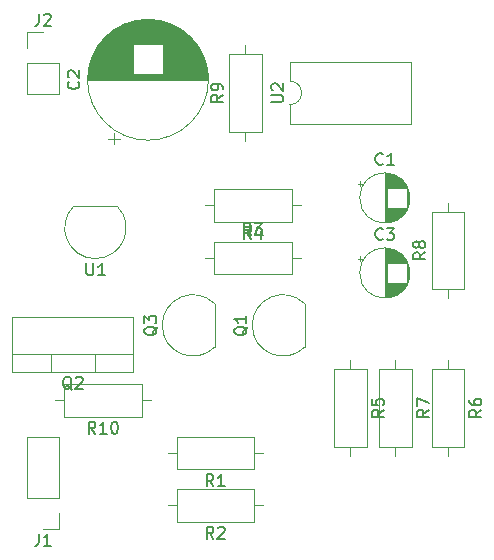
<source format=gbr>
%TF.GenerationSoftware,KiCad,Pcbnew,5.1.6~rc1+dfsg1-1*%
%TF.CreationDate,2020-04-25T08:26:20-07:00*%
%TF.ProjectId,Radio-Power,52616469-6f2d-4506-9f77-65722e6b6963,rev?*%
%TF.SameCoordinates,Original*%
%TF.FileFunction,Legend,Top*%
%TF.FilePolarity,Positive*%
%FSLAX46Y46*%
G04 Gerber Fmt 4.6, Leading zero omitted, Abs format (unit mm)*
G04 Created by KiCad (PCBNEW 5.1.6~rc1+dfsg1-1) date 2020-04-25 08:26:20*
%MOMM*%
%LPD*%
G01*
G04 APERTURE LIST*
%ADD10C,0.120000*%
%ADD11C,0.150000*%
%ADD12R,1.150000X1.600000*%
%ADD13O,1.150000X1.600000*%
%ADD14C,1.300000*%
%ADD15R,1.300000X1.300000*%
%ADD16O,1.700000X1.700000*%
%ADD17C,1.700000*%
%ADD18R,1.700000X1.700000*%
%ADD19O,2.005000X2.100000*%
%ADD20R,2.005000X2.100000*%
%ADD21O,1.800000X1.800000*%
%ADD22R,1.800000X1.800000*%
%ADD23C,2.100000*%
%ADD24R,2.100000X2.100000*%
%ADD25R,1.600000X1.150000*%
%ADD26O,1.600000X1.150000*%
G04 APERTURE END LIST*
D10*
%TO.C,U1*%
X20386522Y-31181522D02*
G75*
G03*
X22225000Y-35620000I1838478J-1838478D01*
G01*
X24063478Y-31181522D02*
G75*
G02*
X22225000Y-35620000I-1838478J-1838478D01*
G01*
X24025000Y-31170000D02*
X20425000Y-31170000D01*
%TO.C,C3*%
X44650199Y-35435000D02*
X44650199Y-35835000D01*
X44450199Y-35635000D02*
X44850199Y-35635000D01*
X48801000Y-36460000D02*
X48801000Y-37200000D01*
X48761000Y-36293000D02*
X48761000Y-37367000D01*
X48721000Y-36166000D02*
X48721000Y-37494000D01*
X48681000Y-36062000D02*
X48681000Y-37598000D01*
X48641000Y-35971000D02*
X48641000Y-37689000D01*
X48601000Y-35890000D02*
X48601000Y-37770000D01*
X48561000Y-35817000D02*
X48561000Y-37843000D01*
X48521000Y-37670000D02*
X48521000Y-37910000D01*
X48521000Y-35750000D02*
X48521000Y-35990000D01*
X48481000Y-37670000D02*
X48481000Y-37972000D01*
X48481000Y-35688000D02*
X48481000Y-35990000D01*
X48441000Y-37670000D02*
X48441000Y-38030000D01*
X48441000Y-35630000D02*
X48441000Y-35990000D01*
X48401000Y-37670000D02*
X48401000Y-38084000D01*
X48401000Y-35576000D02*
X48401000Y-35990000D01*
X48361000Y-37670000D02*
X48361000Y-38134000D01*
X48361000Y-35526000D02*
X48361000Y-35990000D01*
X48321000Y-37670000D02*
X48321000Y-38181000D01*
X48321000Y-35479000D02*
X48321000Y-35990000D01*
X48281000Y-37670000D02*
X48281000Y-38226000D01*
X48281000Y-35434000D02*
X48281000Y-35990000D01*
X48241000Y-37670000D02*
X48241000Y-38268000D01*
X48241000Y-35392000D02*
X48241000Y-35990000D01*
X48201000Y-37670000D02*
X48201000Y-38308000D01*
X48201000Y-35352000D02*
X48201000Y-35990000D01*
X48161000Y-37670000D02*
X48161000Y-38346000D01*
X48161000Y-35314000D02*
X48161000Y-35990000D01*
X48121000Y-37670000D02*
X48121000Y-38382000D01*
X48121000Y-35278000D02*
X48121000Y-35990000D01*
X48081000Y-37670000D02*
X48081000Y-38417000D01*
X48081000Y-35243000D02*
X48081000Y-35990000D01*
X48041000Y-37670000D02*
X48041000Y-38449000D01*
X48041000Y-35211000D02*
X48041000Y-35990000D01*
X48001000Y-37670000D02*
X48001000Y-38480000D01*
X48001000Y-35180000D02*
X48001000Y-35990000D01*
X47961000Y-37670000D02*
X47961000Y-38510000D01*
X47961000Y-35150000D02*
X47961000Y-35990000D01*
X47921000Y-37670000D02*
X47921000Y-38538000D01*
X47921000Y-35122000D02*
X47921000Y-35990000D01*
X47881000Y-37670000D02*
X47881000Y-38565000D01*
X47881000Y-35095000D02*
X47881000Y-35990000D01*
X47841000Y-37670000D02*
X47841000Y-38590000D01*
X47841000Y-35070000D02*
X47841000Y-35990000D01*
X47801000Y-37670000D02*
X47801000Y-38615000D01*
X47801000Y-35045000D02*
X47801000Y-35990000D01*
X47761000Y-37670000D02*
X47761000Y-38638000D01*
X47761000Y-35022000D02*
X47761000Y-35990000D01*
X47721000Y-37670000D02*
X47721000Y-38660000D01*
X47721000Y-35000000D02*
X47721000Y-35990000D01*
X47681000Y-37670000D02*
X47681000Y-38681000D01*
X47681000Y-34979000D02*
X47681000Y-35990000D01*
X47641000Y-37670000D02*
X47641000Y-38700000D01*
X47641000Y-34960000D02*
X47641000Y-35990000D01*
X47601000Y-37670000D02*
X47601000Y-38719000D01*
X47601000Y-34941000D02*
X47601000Y-35990000D01*
X47561000Y-37670000D02*
X47561000Y-38737000D01*
X47561000Y-34923000D02*
X47561000Y-35990000D01*
X47521000Y-37670000D02*
X47521000Y-38754000D01*
X47521000Y-34906000D02*
X47521000Y-35990000D01*
X47481000Y-37670000D02*
X47481000Y-38770000D01*
X47481000Y-34890000D02*
X47481000Y-35990000D01*
X47441000Y-37670000D02*
X47441000Y-38784000D01*
X47441000Y-34876000D02*
X47441000Y-35990000D01*
X47400000Y-37670000D02*
X47400000Y-38798000D01*
X47400000Y-34862000D02*
X47400000Y-35990000D01*
X47360000Y-37670000D02*
X47360000Y-38812000D01*
X47360000Y-34848000D02*
X47360000Y-35990000D01*
X47320000Y-37670000D02*
X47320000Y-38824000D01*
X47320000Y-34836000D02*
X47320000Y-35990000D01*
X47280000Y-37670000D02*
X47280000Y-38835000D01*
X47280000Y-34825000D02*
X47280000Y-35990000D01*
X47240000Y-37670000D02*
X47240000Y-38846000D01*
X47240000Y-34814000D02*
X47240000Y-35990000D01*
X47200000Y-37670000D02*
X47200000Y-38855000D01*
X47200000Y-34805000D02*
X47200000Y-35990000D01*
X47160000Y-37670000D02*
X47160000Y-38864000D01*
X47160000Y-34796000D02*
X47160000Y-35990000D01*
X47120000Y-37670000D02*
X47120000Y-38872000D01*
X47120000Y-34788000D02*
X47120000Y-35990000D01*
X47080000Y-37670000D02*
X47080000Y-38880000D01*
X47080000Y-34780000D02*
X47080000Y-35990000D01*
X47040000Y-37670000D02*
X47040000Y-38886000D01*
X47040000Y-34774000D02*
X47040000Y-35990000D01*
X47000000Y-37670000D02*
X47000000Y-38892000D01*
X47000000Y-34768000D02*
X47000000Y-35990000D01*
X46960000Y-37670000D02*
X46960000Y-38897000D01*
X46960000Y-34763000D02*
X46960000Y-35990000D01*
X46920000Y-37670000D02*
X46920000Y-38901000D01*
X46920000Y-34759000D02*
X46920000Y-35990000D01*
X46880000Y-34756000D02*
X46880000Y-38904000D01*
X46840000Y-34753000D02*
X46840000Y-38907000D01*
X46800000Y-34751000D02*
X46800000Y-38909000D01*
X46760000Y-34750000D02*
X46760000Y-38910000D01*
X46720000Y-34750000D02*
X46720000Y-38910000D01*
X48840000Y-36830000D02*
G75*
G03*
X48840000Y-36830000I-2120000J0D01*
G01*
%TO.C,C1*%
X44650199Y-29085000D02*
X44650199Y-29485000D01*
X44450199Y-29285000D02*
X44850199Y-29285000D01*
X48801000Y-30110000D02*
X48801000Y-30850000D01*
X48761000Y-29943000D02*
X48761000Y-31017000D01*
X48721000Y-29816000D02*
X48721000Y-31144000D01*
X48681000Y-29712000D02*
X48681000Y-31248000D01*
X48641000Y-29621000D02*
X48641000Y-31339000D01*
X48601000Y-29540000D02*
X48601000Y-31420000D01*
X48561000Y-29467000D02*
X48561000Y-31493000D01*
X48521000Y-31320000D02*
X48521000Y-31560000D01*
X48521000Y-29400000D02*
X48521000Y-29640000D01*
X48481000Y-31320000D02*
X48481000Y-31622000D01*
X48481000Y-29338000D02*
X48481000Y-29640000D01*
X48441000Y-31320000D02*
X48441000Y-31680000D01*
X48441000Y-29280000D02*
X48441000Y-29640000D01*
X48401000Y-31320000D02*
X48401000Y-31734000D01*
X48401000Y-29226000D02*
X48401000Y-29640000D01*
X48361000Y-31320000D02*
X48361000Y-31784000D01*
X48361000Y-29176000D02*
X48361000Y-29640000D01*
X48321000Y-31320000D02*
X48321000Y-31831000D01*
X48321000Y-29129000D02*
X48321000Y-29640000D01*
X48281000Y-31320000D02*
X48281000Y-31876000D01*
X48281000Y-29084000D02*
X48281000Y-29640000D01*
X48241000Y-31320000D02*
X48241000Y-31918000D01*
X48241000Y-29042000D02*
X48241000Y-29640000D01*
X48201000Y-31320000D02*
X48201000Y-31958000D01*
X48201000Y-29002000D02*
X48201000Y-29640000D01*
X48161000Y-31320000D02*
X48161000Y-31996000D01*
X48161000Y-28964000D02*
X48161000Y-29640000D01*
X48121000Y-31320000D02*
X48121000Y-32032000D01*
X48121000Y-28928000D02*
X48121000Y-29640000D01*
X48081000Y-31320000D02*
X48081000Y-32067000D01*
X48081000Y-28893000D02*
X48081000Y-29640000D01*
X48041000Y-31320000D02*
X48041000Y-32099000D01*
X48041000Y-28861000D02*
X48041000Y-29640000D01*
X48001000Y-31320000D02*
X48001000Y-32130000D01*
X48001000Y-28830000D02*
X48001000Y-29640000D01*
X47961000Y-31320000D02*
X47961000Y-32160000D01*
X47961000Y-28800000D02*
X47961000Y-29640000D01*
X47921000Y-31320000D02*
X47921000Y-32188000D01*
X47921000Y-28772000D02*
X47921000Y-29640000D01*
X47881000Y-31320000D02*
X47881000Y-32215000D01*
X47881000Y-28745000D02*
X47881000Y-29640000D01*
X47841000Y-31320000D02*
X47841000Y-32240000D01*
X47841000Y-28720000D02*
X47841000Y-29640000D01*
X47801000Y-31320000D02*
X47801000Y-32265000D01*
X47801000Y-28695000D02*
X47801000Y-29640000D01*
X47761000Y-31320000D02*
X47761000Y-32288000D01*
X47761000Y-28672000D02*
X47761000Y-29640000D01*
X47721000Y-31320000D02*
X47721000Y-32310000D01*
X47721000Y-28650000D02*
X47721000Y-29640000D01*
X47681000Y-31320000D02*
X47681000Y-32331000D01*
X47681000Y-28629000D02*
X47681000Y-29640000D01*
X47641000Y-31320000D02*
X47641000Y-32350000D01*
X47641000Y-28610000D02*
X47641000Y-29640000D01*
X47601000Y-31320000D02*
X47601000Y-32369000D01*
X47601000Y-28591000D02*
X47601000Y-29640000D01*
X47561000Y-31320000D02*
X47561000Y-32387000D01*
X47561000Y-28573000D02*
X47561000Y-29640000D01*
X47521000Y-31320000D02*
X47521000Y-32404000D01*
X47521000Y-28556000D02*
X47521000Y-29640000D01*
X47481000Y-31320000D02*
X47481000Y-32420000D01*
X47481000Y-28540000D02*
X47481000Y-29640000D01*
X47441000Y-31320000D02*
X47441000Y-32434000D01*
X47441000Y-28526000D02*
X47441000Y-29640000D01*
X47400000Y-31320000D02*
X47400000Y-32448000D01*
X47400000Y-28512000D02*
X47400000Y-29640000D01*
X47360000Y-31320000D02*
X47360000Y-32462000D01*
X47360000Y-28498000D02*
X47360000Y-29640000D01*
X47320000Y-31320000D02*
X47320000Y-32474000D01*
X47320000Y-28486000D02*
X47320000Y-29640000D01*
X47280000Y-31320000D02*
X47280000Y-32485000D01*
X47280000Y-28475000D02*
X47280000Y-29640000D01*
X47240000Y-31320000D02*
X47240000Y-32496000D01*
X47240000Y-28464000D02*
X47240000Y-29640000D01*
X47200000Y-31320000D02*
X47200000Y-32505000D01*
X47200000Y-28455000D02*
X47200000Y-29640000D01*
X47160000Y-31320000D02*
X47160000Y-32514000D01*
X47160000Y-28446000D02*
X47160000Y-29640000D01*
X47120000Y-31320000D02*
X47120000Y-32522000D01*
X47120000Y-28438000D02*
X47120000Y-29640000D01*
X47080000Y-31320000D02*
X47080000Y-32530000D01*
X47080000Y-28430000D02*
X47080000Y-29640000D01*
X47040000Y-31320000D02*
X47040000Y-32536000D01*
X47040000Y-28424000D02*
X47040000Y-29640000D01*
X47000000Y-31320000D02*
X47000000Y-32542000D01*
X47000000Y-28418000D02*
X47000000Y-29640000D01*
X46960000Y-31320000D02*
X46960000Y-32547000D01*
X46960000Y-28413000D02*
X46960000Y-29640000D01*
X46920000Y-31320000D02*
X46920000Y-32551000D01*
X46920000Y-28409000D02*
X46920000Y-29640000D01*
X46880000Y-28406000D02*
X46880000Y-32554000D01*
X46840000Y-28403000D02*
X46840000Y-32557000D01*
X46800000Y-28401000D02*
X46800000Y-32559000D01*
X46760000Y-28400000D02*
X46760000Y-32560000D01*
X46720000Y-28400000D02*
X46720000Y-32560000D01*
X48840000Y-30480000D02*
G75*
G03*
X48840000Y-30480000I-2120000J0D01*
G01*
%TO.C,R10*%
X18820000Y-47625000D02*
X19590000Y-47625000D01*
X26900000Y-47625000D02*
X26130000Y-47625000D01*
X19590000Y-48995000D02*
X26130000Y-48995000D01*
X19590000Y-46255000D02*
X19590000Y-48995000D01*
X26130000Y-46255000D02*
X19590000Y-46255000D01*
X26130000Y-48995000D02*
X26130000Y-46255000D01*
%TO.C,U2*%
X38675000Y-22590000D02*
X38675000Y-24240000D01*
X38675000Y-24240000D02*
X48955000Y-24240000D01*
X48955000Y-24240000D02*
X48955000Y-18940000D01*
X48955000Y-18940000D02*
X38675000Y-18940000D01*
X38675000Y-18940000D02*
X38675000Y-20590000D01*
X38675000Y-20590000D02*
G75*
G02*
X38675000Y-22590000I0J-1000000D01*
G01*
%TO.C,Q2*%
X25440000Y-45180000D02*
X15200000Y-45180000D01*
X25440000Y-40539000D02*
X15200000Y-40539000D01*
X25440000Y-45180000D02*
X25440000Y-40539000D01*
X15200000Y-45180000D02*
X15200000Y-40539000D01*
X25440000Y-43670000D02*
X15200000Y-43670000D01*
X22170000Y-45180000D02*
X22170000Y-43670000D01*
X18469000Y-45180000D02*
X18469000Y-43670000D01*
%TO.C,R9*%
X33555000Y-24860000D02*
X36295000Y-24860000D01*
X36295000Y-24860000D02*
X36295000Y-18320000D01*
X36295000Y-18320000D02*
X33555000Y-18320000D01*
X33555000Y-18320000D02*
X33555000Y-24860000D01*
X34925000Y-25630000D02*
X34925000Y-24860000D01*
X34925000Y-17550000D02*
X34925000Y-18320000D01*
%TO.C,R8*%
X50700000Y-38195000D02*
X53440000Y-38195000D01*
X53440000Y-38195000D02*
X53440000Y-31655000D01*
X53440000Y-31655000D02*
X50700000Y-31655000D01*
X50700000Y-31655000D02*
X50700000Y-38195000D01*
X52070000Y-38965000D02*
X52070000Y-38195000D01*
X52070000Y-30885000D02*
X52070000Y-31655000D01*
%TO.C,R7*%
X48995000Y-44990000D02*
X46255000Y-44990000D01*
X46255000Y-44990000D02*
X46255000Y-51530000D01*
X46255000Y-51530000D02*
X48995000Y-51530000D01*
X48995000Y-51530000D02*
X48995000Y-44990000D01*
X47625000Y-44220000D02*
X47625000Y-44990000D01*
X47625000Y-52300000D02*
X47625000Y-51530000D01*
%TO.C,R6*%
X53440000Y-44990000D02*
X50700000Y-44990000D01*
X50700000Y-44990000D02*
X50700000Y-51530000D01*
X50700000Y-51530000D02*
X53440000Y-51530000D01*
X53440000Y-51530000D02*
X53440000Y-44990000D01*
X52070000Y-44220000D02*
X52070000Y-44990000D01*
X52070000Y-52300000D02*
X52070000Y-51530000D01*
%TO.C,R5*%
X45185000Y-44990000D02*
X42445000Y-44990000D01*
X42445000Y-44990000D02*
X42445000Y-51530000D01*
X42445000Y-51530000D02*
X45185000Y-51530000D01*
X45185000Y-51530000D02*
X45185000Y-44990000D01*
X43815000Y-44220000D02*
X43815000Y-44990000D01*
X43815000Y-52300000D02*
X43815000Y-51530000D01*
%TO.C,R4*%
X38830000Y-32485000D02*
X38830000Y-29745000D01*
X38830000Y-29745000D02*
X32290000Y-29745000D01*
X32290000Y-29745000D02*
X32290000Y-32485000D01*
X32290000Y-32485000D02*
X38830000Y-32485000D01*
X39600000Y-31115000D02*
X38830000Y-31115000D01*
X31520000Y-31115000D02*
X32290000Y-31115000D01*
%TO.C,R3*%
X32290000Y-34190000D02*
X32290000Y-36930000D01*
X32290000Y-36930000D02*
X38830000Y-36930000D01*
X38830000Y-36930000D02*
X38830000Y-34190000D01*
X38830000Y-34190000D02*
X32290000Y-34190000D01*
X31520000Y-35560000D02*
X32290000Y-35560000D01*
X39600000Y-35560000D02*
X38830000Y-35560000D01*
%TO.C,R2*%
X35655000Y-57885000D02*
X35655000Y-55145000D01*
X35655000Y-55145000D02*
X29115000Y-55145000D01*
X29115000Y-55145000D02*
X29115000Y-57885000D01*
X29115000Y-57885000D02*
X35655000Y-57885000D01*
X36425000Y-56515000D02*
X35655000Y-56515000D01*
X28345000Y-56515000D02*
X29115000Y-56515000D01*
%TO.C,R1*%
X35655000Y-53440000D02*
X35655000Y-50700000D01*
X35655000Y-50700000D02*
X29115000Y-50700000D01*
X29115000Y-50700000D02*
X29115000Y-53440000D01*
X29115000Y-53440000D02*
X35655000Y-53440000D01*
X36425000Y-52070000D02*
X35655000Y-52070000D01*
X28345000Y-52070000D02*
X29115000Y-52070000D01*
%TO.C,J2*%
X16450000Y-21650000D02*
X19110000Y-21650000D01*
X16450000Y-19050000D02*
X16450000Y-21650000D01*
X19110000Y-19050000D02*
X19110000Y-21650000D01*
X16450000Y-19050000D02*
X19110000Y-19050000D01*
X16450000Y-17780000D02*
X16450000Y-16450000D01*
X16450000Y-16450000D02*
X17780000Y-16450000D01*
%TO.C,J1*%
X19110000Y-50740000D02*
X16450000Y-50740000D01*
X19110000Y-55880000D02*
X19110000Y-50740000D01*
X16450000Y-55880000D02*
X16450000Y-50740000D01*
X19110000Y-55880000D02*
X16450000Y-55880000D01*
X19110000Y-57150000D02*
X19110000Y-58480000D01*
X19110000Y-58480000D02*
X17780000Y-58480000D01*
%TO.C,C2*%
X31790000Y-20475000D02*
G75*
G03*
X31790000Y-20475000I-5120000J0D01*
G01*
X21590000Y-20475000D02*
X31750000Y-20475000D01*
X21590000Y-20435000D02*
X31750000Y-20435000D01*
X21590000Y-20395000D02*
X31750000Y-20395000D01*
X21591000Y-20355000D02*
X31749000Y-20355000D01*
X21592000Y-20315000D02*
X31748000Y-20315000D01*
X21593000Y-20275000D02*
X31747000Y-20275000D01*
X21595000Y-20235000D02*
X31745000Y-20235000D01*
X21597000Y-20195000D02*
X31743000Y-20195000D01*
X21600000Y-20155000D02*
X31740000Y-20155000D01*
X21602000Y-20115000D02*
X31738000Y-20115000D01*
X21605000Y-20075000D02*
X31735000Y-20075000D01*
X21608000Y-20035000D02*
X31732000Y-20035000D01*
X21612000Y-19995000D02*
X31728000Y-19995000D01*
X21616000Y-19955000D02*
X25429000Y-19955000D01*
X27911000Y-19955000D02*
X31724000Y-19955000D01*
X21620000Y-19915000D02*
X25429000Y-19915000D01*
X27911000Y-19915000D02*
X31720000Y-19915000D01*
X21625000Y-19875000D02*
X25429000Y-19875000D01*
X27911000Y-19875000D02*
X31715000Y-19875000D01*
X21630000Y-19835000D02*
X25429000Y-19835000D01*
X27911000Y-19835000D02*
X31710000Y-19835000D01*
X21635000Y-19795000D02*
X25429000Y-19795000D01*
X27911000Y-19795000D02*
X31705000Y-19795000D01*
X21640000Y-19754000D02*
X25429000Y-19754000D01*
X27911000Y-19754000D02*
X31700000Y-19754000D01*
X21646000Y-19714000D02*
X25429000Y-19714000D01*
X27911000Y-19714000D02*
X31694000Y-19714000D01*
X21652000Y-19674000D02*
X25429000Y-19674000D01*
X27911000Y-19674000D02*
X31688000Y-19674000D01*
X21659000Y-19634000D02*
X25429000Y-19634000D01*
X27911000Y-19634000D02*
X31681000Y-19634000D01*
X21666000Y-19594000D02*
X25429000Y-19594000D01*
X27911000Y-19594000D02*
X31674000Y-19594000D01*
X21673000Y-19554000D02*
X25429000Y-19554000D01*
X27911000Y-19554000D02*
X31667000Y-19554000D01*
X21680000Y-19514000D02*
X25429000Y-19514000D01*
X27911000Y-19514000D02*
X31660000Y-19514000D01*
X21688000Y-19474000D02*
X25429000Y-19474000D01*
X27911000Y-19474000D02*
X31652000Y-19474000D01*
X21696000Y-19434000D02*
X25429000Y-19434000D01*
X27911000Y-19434000D02*
X31644000Y-19434000D01*
X21705000Y-19394000D02*
X25429000Y-19394000D01*
X27911000Y-19394000D02*
X31635000Y-19394000D01*
X21714000Y-19354000D02*
X25429000Y-19354000D01*
X27911000Y-19354000D02*
X31626000Y-19354000D01*
X21723000Y-19314000D02*
X25429000Y-19314000D01*
X27911000Y-19314000D02*
X31617000Y-19314000D01*
X21732000Y-19274000D02*
X25429000Y-19274000D01*
X27911000Y-19274000D02*
X31608000Y-19274000D01*
X21742000Y-19234000D02*
X25429000Y-19234000D01*
X27911000Y-19234000D02*
X31598000Y-19234000D01*
X21752000Y-19194000D02*
X25429000Y-19194000D01*
X27911000Y-19194000D02*
X31588000Y-19194000D01*
X21763000Y-19154000D02*
X25429000Y-19154000D01*
X27911000Y-19154000D02*
X31577000Y-19154000D01*
X21773000Y-19114000D02*
X25429000Y-19114000D01*
X27911000Y-19114000D02*
X31567000Y-19114000D01*
X21785000Y-19074000D02*
X25429000Y-19074000D01*
X27911000Y-19074000D02*
X31555000Y-19074000D01*
X21796000Y-19034000D02*
X25429000Y-19034000D01*
X27911000Y-19034000D02*
X31544000Y-19034000D01*
X21808000Y-18994000D02*
X25429000Y-18994000D01*
X27911000Y-18994000D02*
X31532000Y-18994000D01*
X21820000Y-18954000D02*
X25429000Y-18954000D01*
X27911000Y-18954000D02*
X31520000Y-18954000D01*
X21833000Y-18914000D02*
X25429000Y-18914000D01*
X27911000Y-18914000D02*
X31507000Y-18914000D01*
X21846000Y-18874000D02*
X25429000Y-18874000D01*
X27911000Y-18874000D02*
X31494000Y-18874000D01*
X21859000Y-18834000D02*
X25429000Y-18834000D01*
X27911000Y-18834000D02*
X31481000Y-18834000D01*
X21873000Y-18794000D02*
X25429000Y-18794000D01*
X27911000Y-18794000D02*
X31467000Y-18794000D01*
X21887000Y-18754000D02*
X25429000Y-18754000D01*
X27911000Y-18754000D02*
X31453000Y-18754000D01*
X21902000Y-18714000D02*
X25429000Y-18714000D01*
X27911000Y-18714000D02*
X31438000Y-18714000D01*
X21916000Y-18674000D02*
X25429000Y-18674000D01*
X27911000Y-18674000D02*
X31424000Y-18674000D01*
X21932000Y-18634000D02*
X25429000Y-18634000D01*
X27911000Y-18634000D02*
X31408000Y-18634000D01*
X21947000Y-18594000D02*
X25429000Y-18594000D01*
X27911000Y-18594000D02*
X31393000Y-18594000D01*
X21963000Y-18554000D02*
X25429000Y-18554000D01*
X27911000Y-18554000D02*
X31377000Y-18554000D01*
X21980000Y-18514000D02*
X25429000Y-18514000D01*
X27911000Y-18514000D02*
X31360000Y-18514000D01*
X21996000Y-18474000D02*
X25429000Y-18474000D01*
X27911000Y-18474000D02*
X31344000Y-18474000D01*
X22013000Y-18434000D02*
X25429000Y-18434000D01*
X27911000Y-18434000D02*
X31327000Y-18434000D01*
X22031000Y-18394000D02*
X25429000Y-18394000D01*
X27911000Y-18394000D02*
X31309000Y-18394000D01*
X22049000Y-18354000D02*
X25429000Y-18354000D01*
X27911000Y-18354000D02*
X31291000Y-18354000D01*
X22067000Y-18314000D02*
X25429000Y-18314000D01*
X27911000Y-18314000D02*
X31273000Y-18314000D01*
X22086000Y-18274000D02*
X25429000Y-18274000D01*
X27911000Y-18274000D02*
X31254000Y-18274000D01*
X22106000Y-18234000D02*
X25429000Y-18234000D01*
X27911000Y-18234000D02*
X31234000Y-18234000D01*
X22125000Y-18194000D02*
X25429000Y-18194000D01*
X27911000Y-18194000D02*
X31215000Y-18194000D01*
X22145000Y-18154000D02*
X25429000Y-18154000D01*
X27911000Y-18154000D02*
X31195000Y-18154000D01*
X22166000Y-18114000D02*
X25429000Y-18114000D01*
X27911000Y-18114000D02*
X31174000Y-18114000D01*
X22187000Y-18074000D02*
X25429000Y-18074000D01*
X27911000Y-18074000D02*
X31153000Y-18074000D01*
X22208000Y-18034000D02*
X25429000Y-18034000D01*
X27911000Y-18034000D02*
X31132000Y-18034000D01*
X22230000Y-17994000D02*
X25429000Y-17994000D01*
X27911000Y-17994000D02*
X31110000Y-17994000D01*
X22253000Y-17954000D02*
X25429000Y-17954000D01*
X27911000Y-17954000D02*
X31087000Y-17954000D01*
X22275000Y-17914000D02*
X25429000Y-17914000D01*
X27911000Y-17914000D02*
X31065000Y-17914000D01*
X22299000Y-17874000D02*
X25429000Y-17874000D01*
X27911000Y-17874000D02*
X31041000Y-17874000D01*
X22323000Y-17834000D02*
X25429000Y-17834000D01*
X27911000Y-17834000D02*
X31017000Y-17834000D01*
X22347000Y-17794000D02*
X25429000Y-17794000D01*
X27911000Y-17794000D02*
X30993000Y-17794000D01*
X22372000Y-17754000D02*
X25429000Y-17754000D01*
X27911000Y-17754000D02*
X30968000Y-17754000D01*
X22397000Y-17714000D02*
X25429000Y-17714000D01*
X27911000Y-17714000D02*
X30943000Y-17714000D01*
X22423000Y-17674000D02*
X25429000Y-17674000D01*
X27911000Y-17674000D02*
X30917000Y-17674000D01*
X22449000Y-17634000D02*
X25429000Y-17634000D01*
X27911000Y-17634000D02*
X30891000Y-17634000D01*
X22476000Y-17594000D02*
X25429000Y-17594000D01*
X27911000Y-17594000D02*
X30864000Y-17594000D01*
X22504000Y-17554000D02*
X25429000Y-17554000D01*
X27911000Y-17554000D02*
X30836000Y-17554000D01*
X22532000Y-17514000D02*
X25429000Y-17514000D01*
X27911000Y-17514000D02*
X30808000Y-17514000D01*
X22560000Y-17474000D02*
X30780000Y-17474000D01*
X22590000Y-17434000D02*
X30750000Y-17434000D01*
X22620000Y-17394000D02*
X30720000Y-17394000D01*
X22650000Y-17354000D02*
X30690000Y-17354000D01*
X22681000Y-17314000D02*
X30659000Y-17314000D01*
X22713000Y-17274000D02*
X30627000Y-17274000D01*
X22745000Y-17234000D02*
X30595000Y-17234000D01*
X22778000Y-17194000D02*
X30562000Y-17194000D01*
X22812000Y-17154000D02*
X30528000Y-17154000D01*
X22846000Y-17114000D02*
X30494000Y-17114000D01*
X22881000Y-17074000D02*
X30459000Y-17074000D01*
X22917000Y-17034000D02*
X30423000Y-17034000D01*
X22954000Y-16994000D02*
X30386000Y-16994000D01*
X22991000Y-16954000D02*
X30349000Y-16954000D01*
X23030000Y-16914000D02*
X30310000Y-16914000D01*
X23069000Y-16874000D02*
X30271000Y-16874000D01*
X23109000Y-16834000D02*
X30231000Y-16834000D01*
X23150000Y-16794000D02*
X30190000Y-16794000D01*
X23192000Y-16754000D02*
X30148000Y-16754000D01*
X23234000Y-16714000D02*
X30106000Y-16714000D01*
X23278000Y-16674000D02*
X30062000Y-16674000D01*
X23323000Y-16634000D02*
X30017000Y-16634000D01*
X23369000Y-16594000D02*
X29971000Y-16594000D01*
X23416000Y-16554000D02*
X29924000Y-16554000D01*
X23464000Y-16514000D02*
X29876000Y-16514000D01*
X23514000Y-16474000D02*
X29826000Y-16474000D01*
X23564000Y-16434000D02*
X29776000Y-16434000D01*
X23616000Y-16394000D02*
X29724000Y-16394000D01*
X23670000Y-16354000D02*
X29670000Y-16354000D01*
X23725000Y-16314000D02*
X29615000Y-16314000D01*
X23781000Y-16274000D02*
X29559000Y-16274000D01*
X23840000Y-16234000D02*
X29500000Y-16234000D01*
X23900000Y-16194000D02*
X29440000Y-16194000D01*
X23961000Y-16154000D02*
X29379000Y-16154000D01*
X24025000Y-16114000D02*
X29315000Y-16114000D01*
X24091000Y-16074000D02*
X29249000Y-16074000D01*
X24160000Y-16034000D02*
X29180000Y-16034000D01*
X24231000Y-15994000D02*
X29109000Y-15994000D01*
X24305000Y-15954000D02*
X29035000Y-15954000D01*
X24381000Y-15914000D02*
X28959000Y-15914000D01*
X24461000Y-15874000D02*
X28879000Y-15874000D01*
X24545000Y-15834000D02*
X28795000Y-15834000D01*
X24633000Y-15794000D02*
X28707000Y-15794000D01*
X24726000Y-15754000D02*
X28614000Y-15754000D01*
X24824000Y-15714000D02*
X28516000Y-15714000D01*
X24928000Y-15674000D02*
X28412000Y-15674000D01*
X25040000Y-15634000D02*
X28300000Y-15634000D01*
X25160000Y-15594000D02*
X28180000Y-15594000D01*
X25292000Y-15554000D02*
X28048000Y-15554000D01*
X25440000Y-15514000D02*
X27900000Y-15514000D01*
X25608000Y-15474000D02*
X27732000Y-15474000D01*
X25808000Y-15434000D02*
X27532000Y-15434000D01*
X26071000Y-15394000D02*
X27269000Y-15394000D01*
X23795000Y-25954646D02*
X23795000Y-24954646D01*
X23295000Y-25454646D02*
X24295000Y-25454646D01*
%TO.C,Q3*%
X32330000Y-43075000D02*
X32330000Y-39475000D01*
X32318478Y-39436522D02*
G75*
G03*
X27880000Y-41275000I-1838478J-1838478D01*
G01*
X32318478Y-43113478D02*
G75*
G02*
X27880000Y-41275000I-1838478J1838478D01*
G01*
%TO.C,Q1*%
X39950000Y-43075000D02*
X39950000Y-39475000D01*
X39938478Y-39436522D02*
G75*
G03*
X35500000Y-41275000I-1838478J-1838478D01*
G01*
X39938478Y-43113478D02*
G75*
G02*
X35500000Y-41275000I-1838478J1838478D01*
G01*
%TO.C,U1*%
D11*
X21463095Y-36032380D02*
X21463095Y-36841904D01*
X21510714Y-36937142D01*
X21558333Y-36984761D01*
X21653571Y-37032380D01*
X21844047Y-37032380D01*
X21939285Y-36984761D01*
X21986904Y-36937142D01*
X22034523Y-36841904D01*
X22034523Y-36032380D01*
X23034523Y-37032380D02*
X22463095Y-37032380D01*
X22748809Y-37032380D02*
X22748809Y-36032380D01*
X22653571Y-36175238D01*
X22558333Y-36270476D01*
X22463095Y-36318095D01*
%TO.C,C3*%
X46553333Y-33937142D02*
X46505714Y-33984761D01*
X46362857Y-34032380D01*
X46267619Y-34032380D01*
X46124761Y-33984761D01*
X46029523Y-33889523D01*
X45981904Y-33794285D01*
X45934285Y-33603809D01*
X45934285Y-33460952D01*
X45981904Y-33270476D01*
X46029523Y-33175238D01*
X46124761Y-33080000D01*
X46267619Y-33032380D01*
X46362857Y-33032380D01*
X46505714Y-33080000D01*
X46553333Y-33127619D01*
X46886666Y-33032380D02*
X47505714Y-33032380D01*
X47172380Y-33413333D01*
X47315238Y-33413333D01*
X47410476Y-33460952D01*
X47458095Y-33508571D01*
X47505714Y-33603809D01*
X47505714Y-33841904D01*
X47458095Y-33937142D01*
X47410476Y-33984761D01*
X47315238Y-34032380D01*
X47029523Y-34032380D01*
X46934285Y-33984761D01*
X46886666Y-33937142D01*
%TO.C,C1*%
X46553333Y-27587142D02*
X46505714Y-27634761D01*
X46362857Y-27682380D01*
X46267619Y-27682380D01*
X46124761Y-27634761D01*
X46029523Y-27539523D01*
X45981904Y-27444285D01*
X45934285Y-27253809D01*
X45934285Y-27110952D01*
X45981904Y-26920476D01*
X46029523Y-26825238D01*
X46124761Y-26730000D01*
X46267619Y-26682380D01*
X46362857Y-26682380D01*
X46505714Y-26730000D01*
X46553333Y-26777619D01*
X47505714Y-27682380D02*
X46934285Y-27682380D01*
X47220000Y-27682380D02*
X47220000Y-26682380D01*
X47124761Y-26825238D01*
X47029523Y-26920476D01*
X46934285Y-26968095D01*
%TO.C,R10*%
X22217142Y-50447380D02*
X21883809Y-49971190D01*
X21645714Y-50447380D02*
X21645714Y-49447380D01*
X22026666Y-49447380D01*
X22121904Y-49495000D01*
X22169523Y-49542619D01*
X22217142Y-49637857D01*
X22217142Y-49780714D01*
X22169523Y-49875952D01*
X22121904Y-49923571D01*
X22026666Y-49971190D01*
X21645714Y-49971190D01*
X23169523Y-50447380D02*
X22598095Y-50447380D01*
X22883809Y-50447380D02*
X22883809Y-49447380D01*
X22788571Y-49590238D01*
X22693333Y-49685476D01*
X22598095Y-49733095D01*
X23788571Y-49447380D02*
X23883809Y-49447380D01*
X23979047Y-49495000D01*
X24026666Y-49542619D01*
X24074285Y-49637857D01*
X24121904Y-49828333D01*
X24121904Y-50066428D01*
X24074285Y-50256904D01*
X24026666Y-50352142D01*
X23979047Y-50399761D01*
X23883809Y-50447380D01*
X23788571Y-50447380D01*
X23693333Y-50399761D01*
X23645714Y-50352142D01*
X23598095Y-50256904D01*
X23550476Y-50066428D01*
X23550476Y-49828333D01*
X23598095Y-49637857D01*
X23645714Y-49542619D01*
X23693333Y-49495000D01*
X23788571Y-49447380D01*
%TO.C,U2*%
X37127380Y-22351904D02*
X37936904Y-22351904D01*
X38032142Y-22304285D01*
X38079761Y-22256666D01*
X38127380Y-22161428D01*
X38127380Y-21970952D01*
X38079761Y-21875714D01*
X38032142Y-21828095D01*
X37936904Y-21780476D01*
X37127380Y-21780476D01*
X37222619Y-21351904D02*
X37175000Y-21304285D01*
X37127380Y-21209047D01*
X37127380Y-20970952D01*
X37175000Y-20875714D01*
X37222619Y-20828095D01*
X37317857Y-20780476D01*
X37413095Y-20780476D01*
X37555952Y-20828095D01*
X38127380Y-21399523D01*
X38127380Y-20780476D01*
%TO.C,Q2*%
X20224761Y-46727619D02*
X20129523Y-46680000D01*
X20034285Y-46584761D01*
X19891428Y-46441904D01*
X19796190Y-46394285D01*
X19700952Y-46394285D01*
X19748571Y-46632380D02*
X19653333Y-46584761D01*
X19558095Y-46489523D01*
X19510476Y-46299047D01*
X19510476Y-45965714D01*
X19558095Y-45775238D01*
X19653333Y-45680000D01*
X19748571Y-45632380D01*
X19939047Y-45632380D01*
X20034285Y-45680000D01*
X20129523Y-45775238D01*
X20177142Y-45965714D01*
X20177142Y-46299047D01*
X20129523Y-46489523D01*
X20034285Y-46584761D01*
X19939047Y-46632380D01*
X19748571Y-46632380D01*
X20558095Y-45727619D02*
X20605714Y-45680000D01*
X20700952Y-45632380D01*
X20939047Y-45632380D01*
X21034285Y-45680000D01*
X21081904Y-45727619D01*
X21129523Y-45822857D01*
X21129523Y-45918095D01*
X21081904Y-46060952D01*
X20510476Y-46632380D01*
X21129523Y-46632380D01*
%TO.C,R9*%
X33007380Y-21756666D02*
X32531190Y-22090000D01*
X33007380Y-22328095D02*
X32007380Y-22328095D01*
X32007380Y-21947142D01*
X32055000Y-21851904D01*
X32102619Y-21804285D01*
X32197857Y-21756666D01*
X32340714Y-21756666D01*
X32435952Y-21804285D01*
X32483571Y-21851904D01*
X32531190Y-21947142D01*
X32531190Y-22328095D01*
X33007380Y-21280476D02*
X33007380Y-21090000D01*
X32959761Y-20994761D01*
X32912142Y-20947142D01*
X32769285Y-20851904D01*
X32578809Y-20804285D01*
X32197857Y-20804285D01*
X32102619Y-20851904D01*
X32055000Y-20899523D01*
X32007380Y-20994761D01*
X32007380Y-21185238D01*
X32055000Y-21280476D01*
X32102619Y-21328095D01*
X32197857Y-21375714D01*
X32435952Y-21375714D01*
X32531190Y-21328095D01*
X32578809Y-21280476D01*
X32626428Y-21185238D01*
X32626428Y-20994761D01*
X32578809Y-20899523D01*
X32531190Y-20851904D01*
X32435952Y-20804285D01*
%TO.C,R8*%
X50152380Y-35091666D02*
X49676190Y-35425000D01*
X50152380Y-35663095D02*
X49152380Y-35663095D01*
X49152380Y-35282142D01*
X49200000Y-35186904D01*
X49247619Y-35139285D01*
X49342857Y-35091666D01*
X49485714Y-35091666D01*
X49580952Y-35139285D01*
X49628571Y-35186904D01*
X49676190Y-35282142D01*
X49676190Y-35663095D01*
X49580952Y-34520238D02*
X49533333Y-34615476D01*
X49485714Y-34663095D01*
X49390476Y-34710714D01*
X49342857Y-34710714D01*
X49247619Y-34663095D01*
X49200000Y-34615476D01*
X49152380Y-34520238D01*
X49152380Y-34329761D01*
X49200000Y-34234523D01*
X49247619Y-34186904D01*
X49342857Y-34139285D01*
X49390476Y-34139285D01*
X49485714Y-34186904D01*
X49533333Y-34234523D01*
X49580952Y-34329761D01*
X49580952Y-34520238D01*
X49628571Y-34615476D01*
X49676190Y-34663095D01*
X49771428Y-34710714D01*
X49961904Y-34710714D01*
X50057142Y-34663095D01*
X50104761Y-34615476D01*
X50152380Y-34520238D01*
X50152380Y-34329761D01*
X50104761Y-34234523D01*
X50057142Y-34186904D01*
X49961904Y-34139285D01*
X49771428Y-34139285D01*
X49676190Y-34186904D01*
X49628571Y-34234523D01*
X49580952Y-34329761D01*
%TO.C,R7*%
X50447380Y-48426666D02*
X49971190Y-48760000D01*
X50447380Y-48998095D02*
X49447380Y-48998095D01*
X49447380Y-48617142D01*
X49495000Y-48521904D01*
X49542619Y-48474285D01*
X49637857Y-48426666D01*
X49780714Y-48426666D01*
X49875952Y-48474285D01*
X49923571Y-48521904D01*
X49971190Y-48617142D01*
X49971190Y-48998095D01*
X49447380Y-48093333D02*
X49447380Y-47426666D01*
X50447380Y-47855238D01*
%TO.C,R6*%
X54892380Y-48426666D02*
X54416190Y-48760000D01*
X54892380Y-48998095D02*
X53892380Y-48998095D01*
X53892380Y-48617142D01*
X53940000Y-48521904D01*
X53987619Y-48474285D01*
X54082857Y-48426666D01*
X54225714Y-48426666D01*
X54320952Y-48474285D01*
X54368571Y-48521904D01*
X54416190Y-48617142D01*
X54416190Y-48998095D01*
X53892380Y-47569523D02*
X53892380Y-47760000D01*
X53940000Y-47855238D01*
X53987619Y-47902857D01*
X54130476Y-47998095D01*
X54320952Y-48045714D01*
X54701904Y-48045714D01*
X54797142Y-47998095D01*
X54844761Y-47950476D01*
X54892380Y-47855238D01*
X54892380Y-47664761D01*
X54844761Y-47569523D01*
X54797142Y-47521904D01*
X54701904Y-47474285D01*
X54463809Y-47474285D01*
X54368571Y-47521904D01*
X54320952Y-47569523D01*
X54273333Y-47664761D01*
X54273333Y-47855238D01*
X54320952Y-47950476D01*
X54368571Y-47998095D01*
X54463809Y-48045714D01*
%TO.C,R5*%
X46637380Y-48426666D02*
X46161190Y-48760000D01*
X46637380Y-48998095D02*
X45637380Y-48998095D01*
X45637380Y-48617142D01*
X45685000Y-48521904D01*
X45732619Y-48474285D01*
X45827857Y-48426666D01*
X45970714Y-48426666D01*
X46065952Y-48474285D01*
X46113571Y-48521904D01*
X46161190Y-48617142D01*
X46161190Y-48998095D01*
X45637380Y-47521904D02*
X45637380Y-47998095D01*
X46113571Y-48045714D01*
X46065952Y-47998095D01*
X46018333Y-47902857D01*
X46018333Y-47664761D01*
X46065952Y-47569523D01*
X46113571Y-47521904D01*
X46208809Y-47474285D01*
X46446904Y-47474285D01*
X46542142Y-47521904D01*
X46589761Y-47569523D01*
X46637380Y-47664761D01*
X46637380Y-47902857D01*
X46589761Y-47998095D01*
X46542142Y-48045714D01*
%TO.C,R4*%
X35393333Y-33937380D02*
X35060000Y-33461190D01*
X34821904Y-33937380D02*
X34821904Y-32937380D01*
X35202857Y-32937380D01*
X35298095Y-32985000D01*
X35345714Y-33032619D01*
X35393333Y-33127857D01*
X35393333Y-33270714D01*
X35345714Y-33365952D01*
X35298095Y-33413571D01*
X35202857Y-33461190D01*
X34821904Y-33461190D01*
X36250476Y-33270714D02*
X36250476Y-33937380D01*
X36012380Y-32889761D02*
X35774285Y-33604047D01*
X36393333Y-33604047D01*
%TO.C,R3*%
X35393333Y-33642380D02*
X35060000Y-33166190D01*
X34821904Y-33642380D02*
X34821904Y-32642380D01*
X35202857Y-32642380D01*
X35298095Y-32690000D01*
X35345714Y-32737619D01*
X35393333Y-32832857D01*
X35393333Y-32975714D01*
X35345714Y-33070952D01*
X35298095Y-33118571D01*
X35202857Y-33166190D01*
X34821904Y-33166190D01*
X35726666Y-32642380D02*
X36345714Y-32642380D01*
X36012380Y-33023333D01*
X36155238Y-33023333D01*
X36250476Y-33070952D01*
X36298095Y-33118571D01*
X36345714Y-33213809D01*
X36345714Y-33451904D01*
X36298095Y-33547142D01*
X36250476Y-33594761D01*
X36155238Y-33642380D01*
X35869523Y-33642380D01*
X35774285Y-33594761D01*
X35726666Y-33547142D01*
%TO.C,R2*%
X32218333Y-59337380D02*
X31885000Y-58861190D01*
X31646904Y-59337380D02*
X31646904Y-58337380D01*
X32027857Y-58337380D01*
X32123095Y-58385000D01*
X32170714Y-58432619D01*
X32218333Y-58527857D01*
X32218333Y-58670714D01*
X32170714Y-58765952D01*
X32123095Y-58813571D01*
X32027857Y-58861190D01*
X31646904Y-58861190D01*
X32599285Y-58432619D02*
X32646904Y-58385000D01*
X32742142Y-58337380D01*
X32980238Y-58337380D01*
X33075476Y-58385000D01*
X33123095Y-58432619D01*
X33170714Y-58527857D01*
X33170714Y-58623095D01*
X33123095Y-58765952D01*
X32551666Y-59337380D01*
X33170714Y-59337380D01*
%TO.C,R1*%
X32218333Y-54892380D02*
X31885000Y-54416190D01*
X31646904Y-54892380D02*
X31646904Y-53892380D01*
X32027857Y-53892380D01*
X32123095Y-53940000D01*
X32170714Y-53987619D01*
X32218333Y-54082857D01*
X32218333Y-54225714D01*
X32170714Y-54320952D01*
X32123095Y-54368571D01*
X32027857Y-54416190D01*
X31646904Y-54416190D01*
X33170714Y-54892380D02*
X32599285Y-54892380D01*
X32885000Y-54892380D02*
X32885000Y-53892380D01*
X32789761Y-54035238D01*
X32694523Y-54130476D01*
X32599285Y-54178095D01*
%TO.C,J2*%
X17446666Y-14902380D02*
X17446666Y-15616666D01*
X17399047Y-15759523D01*
X17303809Y-15854761D01*
X17160952Y-15902380D01*
X17065714Y-15902380D01*
X17875238Y-14997619D02*
X17922857Y-14950000D01*
X18018095Y-14902380D01*
X18256190Y-14902380D01*
X18351428Y-14950000D01*
X18399047Y-14997619D01*
X18446666Y-15092857D01*
X18446666Y-15188095D01*
X18399047Y-15330952D01*
X17827619Y-15902380D01*
X18446666Y-15902380D01*
%TO.C,J1*%
X17446666Y-58932380D02*
X17446666Y-59646666D01*
X17399047Y-59789523D01*
X17303809Y-59884761D01*
X17160952Y-59932380D01*
X17065714Y-59932380D01*
X18446666Y-59932380D02*
X17875238Y-59932380D01*
X18160952Y-59932380D02*
X18160952Y-58932380D01*
X18065714Y-59075238D01*
X17970476Y-59170476D01*
X17875238Y-59218095D01*
%TO.C,C2*%
X20777142Y-20641666D02*
X20824761Y-20689285D01*
X20872380Y-20832142D01*
X20872380Y-20927380D01*
X20824761Y-21070238D01*
X20729523Y-21165476D01*
X20634285Y-21213095D01*
X20443809Y-21260714D01*
X20300952Y-21260714D01*
X20110476Y-21213095D01*
X20015238Y-21165476D01*
X19920000Y-21070238D01*
X19872380Y-20927380D01*
X19872380Y-20832142D01*
X19920000Y-20689285D01*
X19967619Y-20641666D01*
X19967619Y-20260714D02*
X19920000Y-20213095D01*
X19872380Y-20117857D01*
X19872380Y-19879761D01*
X19920000Y-19784523D01*
X19967619Y-19736904D01*
X20062857Y-19689285D01*
X20158095Y-19689285D01*
X20300952Y-19736904D01*
X20872380Y-20308333D01*
X20872380Y-19689285D01*
%TO.C,Q3*%
X27467619Y-41370238D02*
X27420000Y-41465476D01*
X27324761Y-41560714D01*
X27181904Y-41703571D01*
X27134285Y-41798809D01*
X27134285Y-41894047D01*
X27372380Y-41846428D02*
X27324761Y-41941666D01*
X27229523Y-42036904D01*
X27039047Y-42084523D01*
X26705714Y-42084523D01*
X26515238Y-42036904D01*
X26420000Y-41941666D01*
X26372380Y-41846428D01*
X26372380Y-41655952D01*
X26420000Y-41560714D01*
X26515238Y-41465476D01*
X26705714Y-41417857D01*
X27039047Y-41417857D01*
X27229523Y-41465476D01*
X27324761Y-41560714D01*
X27372380Y-41655952D01*
X27372380Y-41846428D01*
X26372380Y-41084523D02*
X26372380Y-40465476D01*
X26753333Y-40798809D01*
X26753333Y-40655952D01*
X26800952Y-40560714D01*
X26848571Y-40513095D01*
X26943809Y-40465476D01*
X27181904Y-40465476D01*
X27277142Y-40513095D01*
X27324761Y-40560714D01*
X27372380Y-40655952D01*
X27372380Y-40941666D01*
X27324761Y-41036904D01*
X27277142Y-41084523D01*
%TO.C,Q1*%
X35087619Y-41370238D02*
X35040000Y-41465476D01*
X34944761Y-41560714D01*
X34801904Y-41703571D01*
X34754285Y-41798809D01*
X34754285Y-41894047D01*
X34992380Y-41846428D02*
X34944761Y-41941666D01*
X34849523Y-42036904D01*
X34659047Y-42084523D01*
X34325714Y-42084523D01*
X34135238Y-42036904D01*
X34040000Y-41941666D01*
X33992380Y-41846428D01*
X33992380Y-41655952D01*
X34040000Y-41560714D01*
X34135238Y-41465476D01*
X34325714Y-41417857D01*
X34659047Y-41417857D01*
X34849523Y-41465476D01*
X34944761Y-41560714D01*
X34992380Y-41655952D01*
X34992380Y-41846428D01*
X34992380Y-40465476D02*
X34992380Y-41036904D01*
X34992380Y-40751190D02*
X33992380Y-40751190D01*
X34135238Y-40846428D01*
X34230476Y-40941666D01*
X34278095Y-41036904D01*
%TD*%
%LPC*%
D12*
%TO.C,U1*%
X23495000Y-33020000D03*
D13*
X20955000Y-33020000D03*
X22225000Y-33020000D03*
%TD*%
D14*
%TO.C,C3*%
X47720000Y-36830000D03*
D15*
X45720000Y-36830000D03*
%TD*%
D14*
%TO.C,C1*%
X47720000Y-30480000D03*
D15*
X45720000Y-30480000D03*
%TD*%
D16*
%TO.C,R10*%
X17780000Y-47625000D03*
D17*
X27940000Y-47625000D03*
%TD*%
D16*
%TO.C,U2*%
X40005000Y-17780000D03*
X47625000Y-25400000D03*
X42545000Y-17780000D03*
X45085000Y-25400000D03*
X45085000Y-17780000D03*
X42545000Y-25400000D03*
X47625000Y-17780000D03*
D18*
X40005000Y-25400000D03*
%TD*%
D19*
%TO.C,Q2*%
X17780000Y-41910000D03*
X20320000Y-41910000D03*
D20*
X22860000Y-41910000D03*
%TD*%
D16*
%TO.C,R9*%
X34925000Y-16510000D03*
D17*
X34925000Y-26670000D03*
%TD*%
D16*
%TO.C,R8*%
X52070000Y-29845000D03*
D17*
X52070000Y-40005000D03*
%TD*%
D16*
%TO.C,R7*%
X47625000Y-53340000D03*
D17*
X47625000Y-43180000D03*
%TD*%
D16*
%TO.C,R6*%
X52070000Y-53340000D03*
D17*
X52070000Y-43180000D03*
%TD*%
D16*
%TO.C,R5*%
X43815000Y-53340000D03*
D17*
X43815000Y-43180000D03*
%TD*%
D16*
%TO.C,R4*%
X30480000Y-31115000D03*
D17*
X40640000Y-31115000D03*
%TD*%
D16*
%TO.C,R3*%
X40640000Y-35560000D03*
D17*
X30480000Y-35560000D03*
%TD*%
D16*
%TO.C,R2*%
X27305000Y-56515000D03*
D17*
X37465000Y-56515000D03*
%TD*%
D16*
%TO.C,R1*%
X27305000Y-52070000D03*
D17*
X37465000Y-52070000D03*
%TD*%
D21*
%TO.C,J2*%
X17780000Y-20320000D03*
D22*
X17780000Y-17780000D03*
%TD*%
D21*
%TO.C,J1*%
X17780000Y-52070000D03*
X17780000Y-54610000D03*
D22*
X17780000Y-57150000D03*
%TD*%
D23*
%TO.C,C2*%
X26670000Y-18725000D03*
D24*
X26670000Y-22225000D03*
%TD*%
D25*
%TO.C,Q3*%
X30480000Y-42545000D03*
D26*
X30480000Y-40005000D03*
X30480000Y-41275000D03*
%TD*%
D25*
%TO.C,Q1*%
X38100000Y-42545000D03*
D26*
X38100000Y-40005000D03*
X38100000Y-41275000D03*
%TD*%
M02*

</source>
